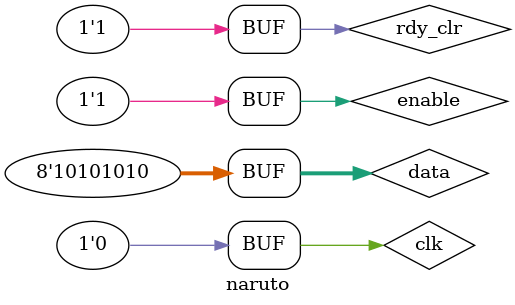
<source format=v>
`timescale 1ns / 1ps
module naruto();

reg [7:0] data;
reg clk ;
reg enable;


wire tx_busy;
wire rdy;
wire [7:0] rxdata;

wire loopback;
reg rdy_clr = 0;



  
uart uut(.din(data),
		   .clock_50MHZ(clk),
	       .enable(enable),
	        .tx(loopback),
	       .tx_busy(tx_busy),
	       .rx(loopback),
	       .rdy(rdy),
	       .rdy_clr(rdy_clr),
	       .dout(rxdata)
		    
		 	   
);

initial begin

data= 8'b10101010; clk=0; enable=1; rdy_clr = 1;
#10;

data= 8'b10101010; clk=0; enable=0; rdy_clr = 0;
#10;

data= 8'b10101010; clk=0; enable=1; rdy_clr = 1;
#10;

end





endmodule


</source>
